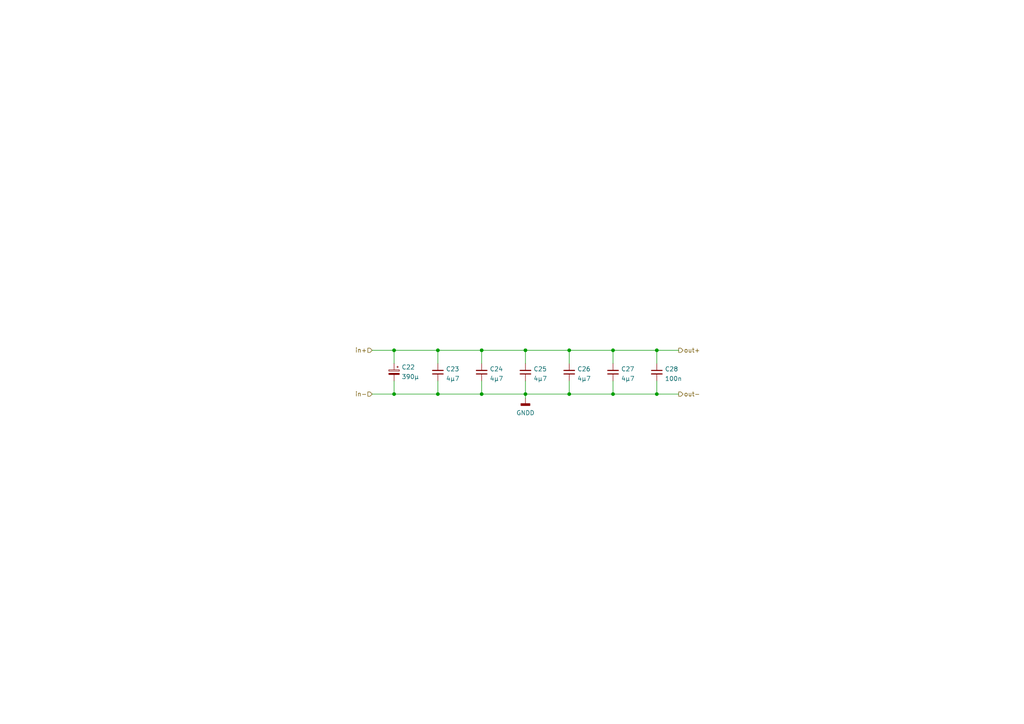
<source format=kicad_sch>
(kicad_sch (version 20211123) (generator eeschema)
  (paper "A4")
  (lib_symbols
    (symbol "Device:C_Polarized_Small" (pin_numbers hide) (pin_names (offset 0.254) hide)
      (property "Reference" "C" (at 0.254 1.778 0))
      (property "Value" "C_Polarized_Small" (at 0.254 -2.032 0))
      (symbol "C_Polarized_Small_0_1"
        (rectangle (start -1.524 -0.3048) (end 1.524 -0.6858) (fill (type outline)))
        (rectangle (start -1.524 0.6858) (end 1.524 0.3048))
        (polyline (pts (xy -1.27 1.524) (xy -0.762 1.524)))
        (polyline (pts (xy -1.016 1.27) (xy -1.016 1.778)))
      )
      (symbol "C_Polarized_Small_1_1"
        (pin passive line (at 0 2.54 270) (length 1.8542) (name "~") (number "1"))
        (pin passive line (at 0 -2.54 90) (length 1.8542) (name "~") (number "2"))
      )
    )
    (symbol "Device:C_Small" (pin_numbers hide) (pin_names (offset 0.254) hide)
      (property "Reference" "C" (at 0.254 1.778 0))
      (property "Value" "C_Small" (at 0.254 -2.032 0))
      (symbol "C_Small_0_1"
        (polyline (pts (xy -1.524 -0.508) (xy 1.524 -0.508)) (stroke (width 0.3302)))
        (polyline (pts (xy -1.524 0.508) (xy 1.524 0.508)) (stroke (width 0.3048)))
      )
      (symbol "C_Small_1_1"
        (pin passive line (at 0 2.54 270) (length 2.032) (name "~") (number "1"))
        (pin passive line (at 0 -2.54 90) (length 2.032) (name "~") (number "2"))
      )
    )
    (symbol "power:GNDD" (power) (pin_names (offset 0))
      (property "Value" "GNDD" (at 0 -3.175 0))
      (symbol "GNDD_0_1"
        (rectangle (start -1.27 -1.524) (end 1.27 -2.032) (stroke (width 0.254)) (fill (type outline)))
        (polyline (pts (xy 0 0) (xy 0 -1.524)))
      )
      (symbol "GNDD_1_1"
        (pin power_in line (at 0 0 270) (length 0) hide (name "GNDD") (number "1"))
      )
    )
  )
  (junction (at 114.3 114.3))
  (junction (at 177.8 101.6))
  (junction (at 190.5 101.6))
  (junction (at 127 101.6))
  (junction (at 139.7 114.3))
  (junction (at 190.5 114.3))
  (junction (at 152.4 101.6))
  (junction (at 165.1 114.3))
  (junction (at 139.7 101.6))
  (junction (at 165.1 101.6))
  (junction (at 127 114.3))
  (junction (at 177.8 114.3))
  (junction (at 152.4 114.3))
  (junction (at 114.3 101.6))
  (wire (pts (xy 152.4 115.57) (xy 152.4 114.3)))
  (wire (pts (xy 139.7 114.3) (xy 139.7 110.49)))
  (wire (pts (xy 190.5 110.49) (xy 190.5 114.3)))
  (wire (pts (xy 139.7 101.6) (xy 152.4 101.6)))
  (wire (pts (xy 152.4 114.3) (xy 152.4 110.49)))
  (wire (pts (xy 152.4 101.6) (xy 165.1 101.6)))
  (wire (pts (xy 114.3 110.49) (xy 114.3 114.3)))
  (wire (pts (xy 190.5 101.6) (xy 196.85 101.6)))
  (wire (pts (xy 114.3 101.6) (xy 114.3 105.41)))
  (wire (pts (xy 152.4 114.3) (xy 165.1 114.3)))
  (wire (pts (xy 165.1 105.41) (xy 165.1 101.6)))
  (wire (pts (xy 177.8 114.3) (xy 177.8 110.49)))
  (wire (pts (xy 190.5 114.3) (xy 196.85 114.3)))
  (wire (pts (xy 127 110.49) (xy 127 114.3)))
  (wire (pts (xy 139.7 114.3) (xy 152.4 114.3)))
  (wire (pts (xy 127 105.41) (xy 127 101.6)))
  (wire (pts (xy 139.7 105.41) (xy 139.7 101.6)))
  (wire (pts (xy 190.5 101.6) (xy 190.5 105.41)))
  (wire (pts (xy 165.1 114.3) (xy 165.1 110.49)))
  (wire (pts (xy 127 114.3) (xy 139.7 114.3)))
  (wire (pts (xy 114.3 114.3) (xy 127 114.3)))
  (wire (pts (xy 114.3 101.6) (xy 127 101.6)))
  (wire (pts (xy 107.95 114.3) (xy 114.3 114.3)))
  (wire (pts (xy 165.1 101.6) (xy 177.8 101.6)))
  (wire (pts (xy 152.4 105.41) (xy 152.4 101.6)))
  (wire (pts (xy 127 101.6) (xy 139.7 101.6)))
  (wire (pts (xy 107.95 101.6) (xy 114.3 101.6)))
  (wire (pts (xy 177.8 101.6) (xy 177.8 105.41)))
  (wire (pts (xy 190.5 114.3) (xy 177.8 114.3)))
  (wire (pts (xy 165.1 114.3) (xy 177.8 114.3)))
  (wire (pts (xy 177.8 101.6) (xy 190.5 101.6)))
  (hierarchical_label "in-" (shape input) (at 107.95 114.3 180))
  (hierarchical_label "out+" (shape output) (at 196.85 101.6 0))
  (hierarchical_label "in+" (shape input) (at 107.95 101.6 180))
  (hierarchical_label "out-" (shape output) (at 196.85 114.3 0))
  (symbol (lib_id "Device:C_Small") (at 127 107.95 180) (unit 1)
    (property "Reference" "C23" (at 129.3241 107.0351 0) (effects (justify right)))
    (property "Value" "4µ7" (at 129.3241 109.8102 0) (effects (justify right)))
    (property "Footprint" "Capacitor_SMD:C_1206_3216Metric" (effects hide))
    (property "Manufacturer" "Murata" (effects hide))
    (property "Part Number" " GRJ31CZ72A475KE01L" (effects hide))
  )
  (symbol (lib_id "Device:C_Small") (at 177.8 107.95 180) (unit 1)
    (property "Reference" "C27" (at 180.1241 107.0351 0) (effects (justify right)))
    (property "Value" "4µ7" (at 180.1241 109.8102 0) (effects (justify right)))
    (property "Footprint" "Capacitor_SMD:C_1206_3216Metric" (effects hide))
    (property "Manufacturer" "Murata" (effects hide))
    (property "Part Number" " GRJ31CZ72A475KE01L " (effects hide))
  )
  (symbol (lib_id "power:GNDD") (at 152.4 115.57 0) (unit 1)
    (property "Reference" "#PWR066" (effects hide))
    (property "Value" "GNDD" (at 152.4 119.7515 0))
  )
  (symbol (lib_id "Device:C_Polarized_Small") (at 114.3 107.95 0) (mirror y) (unit 1)
    (property "Reference" "C22" (at 116.459 106.4954 0) (effects (justify right)))
    (property "Value" "390 µ" (at 116.459 109.2705 0) (effects (justify right)))
    (property "Footprint" "Capacitor_THT:CP_Radial_D12.5mm_P5.00mm" (effects hide))
    (property "Part Number" "UHW1J391MHD6" (effects hide))
    (property "Manufacturer" "Nichicon" (effects hide))
  )
  (symbol (lib_id "Device:C_Small") (at 165.1 107.95 180) (unit 1)
    (property "Reference" "C26" (at 167.4241 107.0351 0) (effects (justify right)))
    (property "Value" "4µ7" (at 167.4241 109.8102 0) (effects (justify right)))
    (property "Footprint" "Capacitor_SMD:C_1206_3216Metric" (effects hide))
    (property "Manufacturer" "Murata" (effects hide))
    (property "Part Number" "GRJ31CZ72A475KE01L" (effects hide))
  )
  (symbol (lib_id "Device:C_Small") (at 152.4 107.95 180) (unit 1)
    (property "Reference" "C25" (at 154.7241 107.0351 0) (effects (justify right)))
    (property "Value" "4µ7" (at 154.7241 109.8102 0) (effects (justify right)))
    (property "Footprint" "Capacitor_SMD:C_1206_3216Metric" (effects hide))
    (property "Manufacturer" "Murata" (effects hide))
    (property "Part Number" " GRJ31CZ72A475KE01L " (effects hide))
  )
  (symbol (lib_id "Device:C_Small") (at 190.5 107.95 0) (unit 1)
    (property "Reference" "C28" (at 192.8241 107.0478 0) (effects (justify left)))
    (property "Value" "100n" (at 192.8241 109.8229 0) (effects (justify left)))
    (property "Footprint" "Capacitor_SMD:C_0402_1005Metric" (effects hide))
    (property "Manufacturer" "Murata" (effects hide))
    (property "Part Number" "GRM155R72A102KA01J" (effects hide))
  )
  (symbol (lib_id "Device:C_Small") (at 139.7 107.95 180) (unit 1)
    (property "Reference" "C24" (at 142.0241 107.0351 0) (effects (justify right)))
    (property "Value" "4µ7" (at 142.0241 109.8102 0) (effects (justify right)))
    (property "Footprint" "Capacitor_SMD:C_1206_3216Metric" (effects hide))
    (property "Manufacturer" "Murata" (effects hide))
    (property "Part Number" " GRJ31CZ72A475KE01L " (effects hide))
  )
)
</source>
